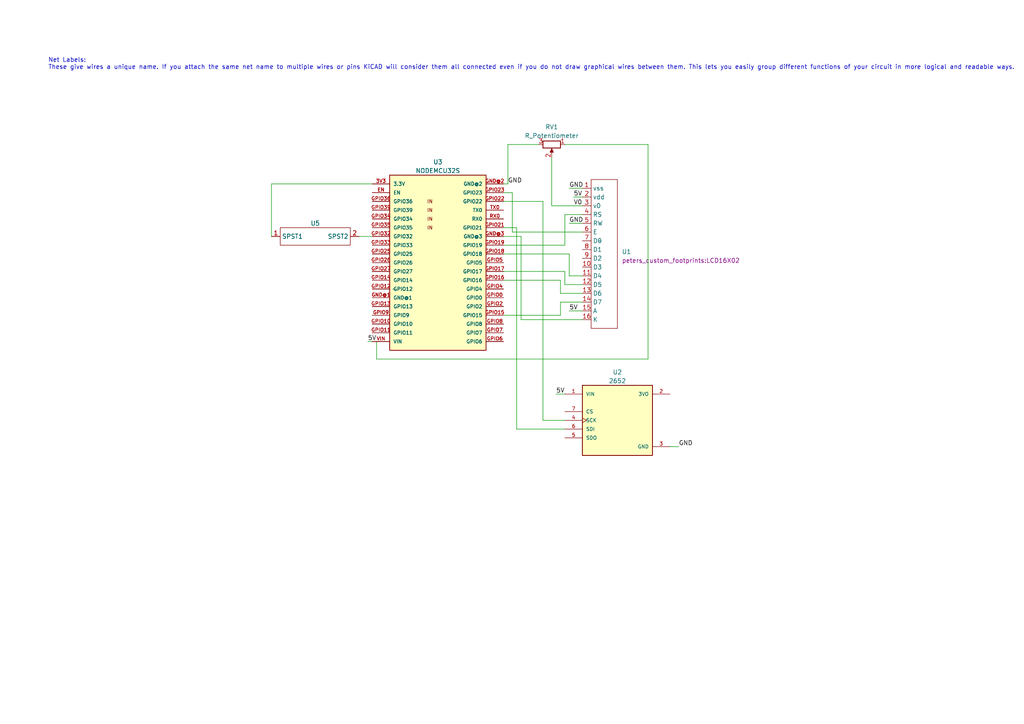
<source format=kicad_sch>
(kicad_sch (version 20230121) (generator eeschema)
  (paper "A4")
  (title_block (title "Mobile Altimeter"))
  (lib_symbols
    (symbol "Device:R_Potentiometer" (pin_names (offset 1.016) hide)
      (property "Reference" "RV" (at -4.445 0 90))
      (property "Value" "R_Potentiometer" (at -2.54 0 90))
      (symbol "R_Potentiometer_0_1"
        (polyline (pts (xy 2.54 0) (xy 1.524 0)))
        (polyline (pts (xy 1.143 0) (xy 2.286 0.508) (xy 2.286 -0.508) (xy 1.143 0)) (fill (type outline)))
        (rectangle (start 1.016 2.54) (end -1.016 -2.54) (stroke (width 0.254)))
      )
      (symbol "R_Potentiometer_1_1"
        (pin passive line (at 0 3.81 270) (length 1.27) (name "1") (number "1"))
        (pin passive line (at 3.81 0 180) (length 1.27) (name "2") (number "2"))
        (pin passive line (at 0 -3.81 90) (length 1.27) (name "3") (number "3"))
      )
    )
    (symbol "New_Library:pushbutton_1"
      (property "Reference" "U" (at 0 11.43 0))
      (symbol "pushbutton_1_1_1"
        (rectangle (start -33.02 17.78) (end -12.7 12.7))
        (pin passive line (at -35.56 15.24 0) (length 2.54) (name "SPST1") (number "1"))
        (pin passive line (at -10.16 15.24 180) (length 2.54) (name "SPST2") (number "2"))
      )
    )
    (symbol "peters_custom_components:1602_LCD"
      (property "Reference" "U3" (at 6.35 -4.445 0))
      (property "Value" "~" (at 0 0 0))
      (property "Footprint" "CustomComponents:1602 LCD Display" (at 0 0 0))
      (symbol "1602_LCD_1_1"
        (rectangle (start -2.54 17.78) (end 5.08 -25.4))
        (pin input line (at -5.08 15.24 0) (length 2.54) (name "vss") (number "1"))
        (pin input line (at -5.08 -7.62 0) (length 2.54) (name "D3") (number "10"))
        (pin input line (at -5.08 -10.16 0) (length 2.54) (name "D4") (number "11"))
        (pin input line (at -5.08 -12.7 0) (length 2.54) (name "D5") (number "12"))
        (pin input line (at -5.08 -15.24 0) (length 2.54) (name "D6") (number "13"))
        (pin input line (at -5.08 -17.78 0) (length 2.54) (name "D7") (number "14"))
        (pin input line (at -5.08 -20.32 0) (length 2.54) (name "A") (number "15"))
        (pin input line (at -5.08 -22.86 0) (length 2.54) (name "K") (number "16"))
        (pin input line (at -5.08 12.7 0) (length 2.54) (name "vdd") (number "2"))
        (pin input line (at -5.08 10.16 0) (length 2.54) (name "v0") (number "3"))
        (pin input line (at -5.08 7.62 0) (length 2.54) (name "RS") (number "4"))
        (pin input line (at -5.08 5.08 0) (length 2.54) (name "RW") (number "5"))
        (pin input line (at -5.08 2.54 0) (length 2.54) (name "E") (number "6"))
        (pin input line (at -5.08 0 0) (length 2.54) (name "D0") (number "7"))
        (pin input line (at -5.08 -2.54 0) (length 2.54) (name "D1") (number "8"))
        (pin input line (at -5.08 -5.08 0) (length 2.54) (name "D2") (number "9"))
      )
    )
    (symbol "peters_custom_components:2652" (pin_names (offset 1.016))
      (property "Reference" "U" (at -10.16 10.795 0))
      (property "Value" "2652" (at -10.16 -12.7 0))
      (symbol "2652_0_0"
        (rectangle (start -10.16 -10.16) (end 10.16 10.16) (stroke (width 0.254)) (fill (type background)))
        (pin input line (at -15.24 7.62 0) (length 5.08) (name "VIN") (number "1"))
        (pin output line (at 15.24 7.62 180) (length 5.08) (name "3VO") (number "2"))
        (pin power_in line (at 15.24 -7.62 180) (length 5.08) (name "GND") (number "3"))
        (pin input clock (at -15.24 0 0) (length 5.08) (name "SCK") (number "4"))
        (pin output line (at -15.24 -5.08 0) (length 5.08) (name "SDO") (number "5"))
        (pin input line (at -15.24 -2.54 0) (length 5.08) (name "SDI") (number "6"))
        (pin input line (at -15.24 2.54 0) (length 5.08) (name "CS") (number "7"))
      )
    )
    (symbol "peters_custom_components:NODEMCU32S" (pin_names (offset 1.016))
      (property "Reference" "U" (at -12.7 22.86 0))
      (property "Value" "NODEMCU32S" (at -12.7 -30.48 0))
      (symbol "NODEMCU32S_0_0"
        (rectangle (start -12.7 -27.94) (end 15.24 22.86) (stroke (width 0.254)) (fill (type background)))
        (text "IN" (at -1.905 7.62 0) (effects (font (size 1.016 1.016)) (justify left)))
        (text "IN" (at -1.905 10.16 0) (effects (font (size 1.016 1.016)) (justify left)))
        (text "IN" (at -1.905 12.7 0) (effects (font (size 1.016 1.016)) (justify left)))
        (text "IN" (at -1.905 15.24 0) (effects (font (size 1.016 1.016)) (justify left)))
        (pin bidirectional line (at -17.78 20.32 0) (length 5.08) (name "3.3V") (number "3V3"))
        (pin bidirectional line (at -17.78 17.78 0) (length 5.08) (name "EN") (number "EN"))
        (pin bidirectional line (at -17.78 -12.7 0) (length 5.08) (name "GND@1") (number "GND@1"))
        (pin bidirectional line (at 20.32 20.32 180) (length 5.08) (name "GND@2") (number "GND@2"))
        (pin bidirectional line (at 20.32 5.08 180) (length 5.08) (name "GND@3") (number "GND@3"))
        (pin bidirectional line (at 20.32 -12.7 180) (length 5.08) (name "GPIO0") (number "GPIO0"))
        (pin bidirectional line (at -17.78 -20.32 0) (length 5.08) (name "GPIO10") (number "GPIO10"))
        (pin bidirectional line (at -17.78 -22.86 0) (length 5.08) (name "GPIO11") (number "GPIO11"))
        (pin bidirectional line (at -17.78 -10.16 0) (length 5.08) (name "GPIO12") (number "GPIO12"))
        (pin bidirectional line (at -17.78 -15.24 0) (length 5.08) (name "GPIO13") (number "GPIO13"))
        (pin bidirectional line (at -17.78 -7.62 0) (length 5.08) (name "GPIO14") (number "GPIO14"))
        (pin bidirectional line (at 20.32 -17.78 180) (length 5.08) (name "GPIO15") (number "GPIO15"))
        (pin bidirectional line (at 20.32 -7.62 180) (length 5.08) (name "GPIO16") (number "GPIO16"))
        (pin bidirectional line (at 20.32 -5.08 180) (length 5.08) (name "GPIO17") (number "GPIO17"))
        (pin bidirectional line (at 20.32 0 180) (length 5.08) (name "GPIO18") (number "GPIO18"))
        (pin bidirectional line (at 20.32 2.54 180) (length 5.08) (name "GPIO19") (number "GPIO19"))
        (pin bidirectional line (at 20.32 -15.24 180) (length 5.08) (name "GPIO2") (number "GPIO2"))
        (pin bidirectional line (at 20.32 7.62 180) (length 5.08) (name "GPIO21") (number "GPIO21"))
        (pin bidirectional line (at 20.32 15.24 180) (length 5.08) (name "GPIO22") (number "GPIO22"))
        (pin bidirectional line (at 20.32 17.78 180) (length 5.08) (name "GPIO23") (number "GPIO23"))
        (pin bidirectional line (at -17.78 0 0) (length 5.08) (name "GPIO25") (number "GPIO25"))
        (pin bidirectional line (at -17.78 -2.54 0) (length 5.08) (name "GPIO26") (number "GPIO26"))
        (pin bidirectional line (at -17.78 -5.08 0) (length 5.08) (name "GPIO27") (number "GPIO27"))
        (pin bidirectional line (at -17.78 5.08 0) (length 5.08) (name "GPIO32") (number "GPIO32"))
        (pin bidirectional line (at -17.78 2.54 0) (length 5.08) (name "GPIO33") (number "GPIO33"))
        (pin input line (at -17.78 10.16 0) (length 5.08) (name "GPIO34") (number "GPIO34"))
        (pin input line (at -17.78 7.62 0) (length 5.08) (name "GPIO35") (number "GPIO35"))
        (pin input line (at -17.78 15.24 0) (length 5.08) (name "GPIO36") (number "GPIO36"))
        (pin input line (at -17.78 12.7 0) (length 5.08) (name "GPIO39") (number "GPIO39"))
        (pin bidirectional line (at 20.32 -10.16 180) (length 5.08) (name "GPIO4") (number "GPIO4"))
        (pin bidirectional line (at 20.32 -2.54 180) (length 5.08) (name "GPIO5") (number "GPIO5"))
        (pin bidirectional line (at 20.32 -25.4 180) (length 5.08) (name "GPIO6") (number "GPIO6"))
        (pin bidirectional line (at 20.32 -22.86 180) (length 5.08) (name "GPIO7") (number "GPIO7"))
        (pin bidirectional line (at 20.32 -20.32 180) (length 5.08) (name "GPIO8") (number "GPIO8"))
        (pin bidirectional line (at -17.78 -17.78 0) (length 5.08) (name "GPIO9") (number "GPIO9"))
        (pin bidirectional line (at 20.32 10.16 180) (length 5.08) (name "RX0") (number "RX0"))
        (pin bidirectional line (at 20.32 12.7 180) (length 5.08) (name "TX0") (number "TX0"))
        (pin bidirectional line (at -17.78 -25.4 0) (length 5.08) (name "VIN") (number "VIN"))
      )
    )
  )
  (wire (pts (xy 165.1 64.77) (xy 168.91 64.77)))
  (wire (pts (xy 148.59 55.88) (xy 146.05 55.88)))
  (wire (pts (xy 146.05 91.44) (xy 162.56 91.44)))
  (wire (pts (xy 146.05 58.42) (xy 157.48 58.42)))
  (wire (pts (xy 163.83 124.46) (xy 149.86 124.46)))
  (wire (pts (xy 149.86 124.46) (xy 149.86 66.04)))
  (wire (pts (xy 162.56 85.09) (xy 162.56 81.28)))
  (wire (pts (xy 165.1 80.01) (xy 165.1 73.66)))
  (wire (pts (xy 165.1 90.17) (xy 168.91 90.17)))
  (wire (pts (xy 168.91 80.01) (xy 165.1 80.01)))
  (wire (pts (xy 166.37 57.15) (xy 168.91 57.15)))
  (wire (pts (xy 146.05 66.04) (xy 149.86 66.04)))
  (wire (pts (xy 165.1 54.61) (xy 168.91 54.61)))
  (wire (pts (xy 187.96 41.91) (xy 187.96 104.14)))
  (wire (pts (xy 104.14 68.58) (xy 107.95 68.58)))
  (wire (pts (xy 168.91 67.31) (xy 148.59 67.31)))
  (wire (pts (xy 106.68 99.06) (xy 107.95 99.06)))
  (wire (pts (xy 146.05 78.74) (xy 163.83 78.74)))
  (wire (pts (xy 187.96 104.14) (xy 109.22 104.14)))
  (wire (pts (xy 109.22 99.06) (xy 109.22 104.14)))
  (wire (pts (xy 151.13 92.71) (xy 151.13 68.58)))
  (wire (pts (xy 160.02 45.72) (xy 160.02 59.69)))
  (wire (pts (xy 168.91 87.63) (xy 162.56 87.63)))
  (wire (pts (xy 163.83 62.23) (xy 168.91 62.23)))
  (wire (pts (xy 162.56 81.28) (xy 146.05 81.28)))
  (wire (pts (xy 146.05 73.66) (xy 165.1 73.66)))
  (wire (pts (xy 168.91 92.71) (xy 151.13 92.71)))
  (wire (pts (xy 168.91 82.55) (xy 163.83 82.55)))
  (wire (pts (xy 163.83 71.12) (xy 163.83 62.23)))
  (wire (pts (xy 163.83 121.92) (xy 157.48 121.92)))
  (wire (pts (xy 161.29 114.3) (xy 163.83 114.3)))
  (wire (pts (xy 156.21 41.91) (xy 147.32 41.91)))
  (wire (pts (xy 151.13 68.58) (xy 146.05 68.58)))
  (wire (pts (xy 78.74 53.34) (xy 107.95 53.34)))
  (wire (pts (xy 147.32 41.91) (xy 147.32 53.34)))
  (wire (pts (xy 163.83 41.91) (xy 187.96 41.91)))
  (wire (pts (xy 196.85 129.54) (xy 194.31 129.54)))
  (wire (pts (xy 157.48 121.92) (xy 157.48 58.42)))
  (wire (pts (xy 148.59 67.31) (xy 148.59 55.88)))
  (wire (pts (xy 146.05 71.12) (xy 163.83 71.12)))
  (wire (pts (xy 168.91 85.09) (xy 162.56 85.09)))
  (wire (pts (xy 78.74 68.58) (xy 78.74 53.34)))
  (wire (pts (xy 162.56 87.63) (xy 162.56 91.44)))
  (wire (pts (xy 160.02 59.69) (xy 168.91 59.69)))
  (wire (pts (xy 163.83 82.55) (xy 163.83 78.74)))
  (wire (pts (xy 146.05 53.34) (xy 147.32 53.34)))
  (text "Net Labels:\nThese give wires a unique name. If you attach the same net name to multiple wires or pins KiCAD will consider them all connected even if you do not draw graphical wires between them. This lets you easily group different functions of your circuit in more logical and readable ways." (at 13.97 20.32 0) (effects (font (size 1.27 1.27)) (justify left bottom)))
  (label "GND" (at 165.1 54.61 0))
  (label "5V" (at 161.29 114.3 0))
  (label "5V" (at 165.1 90.17 0))
  (label "V0" (at 166.37 59.69 0))
  (label "5V" (at 106.68 99.06 0))
  (label "GND" (at 196.85 129.54 0))
  (label "5V" (at 166.37 57.15 0))
  (label "GND" (at 147.32 53.34 0))
  (label "GND" (at 165.1 64.77 0))
  (symbol (lib_id "Device:R_Potentiometer") (at 160.02 41.91 270) (unit 1)
    (property "Reference" "RV1" (at 160.02 36.83 90))
    (property "Value" "R_Potentiometer" (at 160.02 39.37 90))
  )
  (symbol (lib_id "New_Library:pushbutton_1") (at 114.3 83.82 0) (unit 1)
    (property "Reference" "U5" (at 91.44 64.77 0))
    (property "Value" "~" (at 114.3 83.82 0))
    (property "Footprint" "Resistor_THT:R_Axial_DIN0207_L6.3mm_D2.5mm_P10.16mm_Horizontal" (effects hide))
  )
  (symbol (lib_id "peters_custom_components:2652") (at 179.07 121.92 0) (unit 1)
    (property "Reference" "U2" (at 179.07 107.95 0))
    (property "Value" "2652" (at 179.07 110.49 0))
    (property "Footprint" "peters_custom_footprints:BMP280" (effects hide))
    (property "PARTREV" "N/A" (effects hide))
    (property "MANUFACTURER" "Adafruit" (effects hide))
    (property "MAXIMUM_PACKAGE_HEIGHT" "3 mm" (effects hide))
    (property "STANDARD" "Manufacturer Recommendations" (effects hide))
  )
  (symbol (lib_id "peters_custom_components:1602_LCD") (at 173.99 69.85 0) (unit 1)
    (property "Reference" "U1" (at 180.34 73.025 0) (effects (justify left)))
    (property "Value" "~" (at 173.99 69.85 0))
    (property "Footprint" "peters_custom_footprints:LCD16X02" (at 180.34 75.565 0) (effects (justify left)))
  )
  (symbol (lib_id "peters_custom_components:NODEMCU32S") (at 125.73 73.66 0) (unit 1)
    (property "Reference" "U3" (at 127 46.99 0))
    (property "Value" "NODEMCU32S" (at 127 49.53 0))
    (property "Footprint" "peters_custom_footprints:NODEMCU32S" (effects hide))
  )
)
</source>
